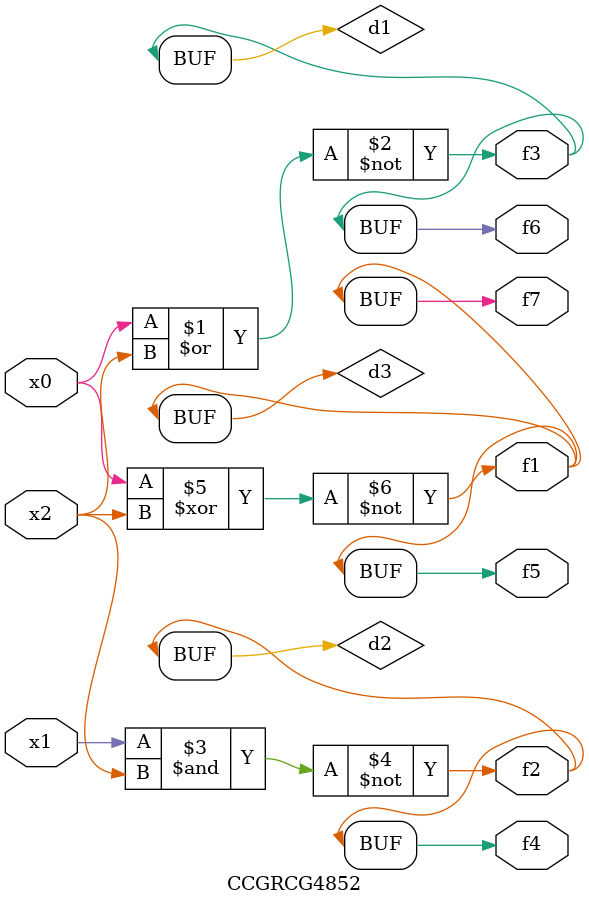
<source format=v>
module CCGRCG4852(
	input x0, x1, x2,
	output f1, f2, f3, f4, f5, f6, f7
);

	wire d1, d2, d3;

	nor (d1, x0, x2);
	nand (d2, x1, x2);
	xnor (d3, x0, x2);
	assign f1 = d3;
	assign f2 = d2;
	assign f3 = d1;
	assign f4 = d2;
	assign f5 = d3;
	assign f6 = d1;
	assign f7 = d3;
endmodule

</source>
